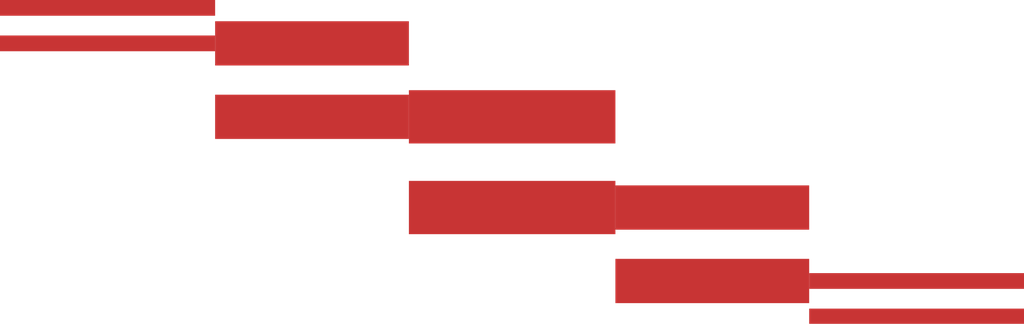
<source format=kicad_pcb>
(kicad_pcb (version 20171130) (host pcbnew 5.1.5+dfsg1-2build2)

  (general
    (thickness 1.6)
    (drawings 0)
    (tracks 0)
    (zones 0)
    (modules 5)
    (nets 1)
  )

  (page A4)
  (layers
    (0 F.Cu signal)
    (31 B.Cu signal)
    (32 B.Adhes user)
    (33 F.Adhes user)
    (34 B.Paste user)
    (35 F.Paste user)
    (36 B.SilkS user)
    (37 F.SilkS user)
    (38 B.Mask user)
    (39 F.Mask user)
    (40 Dwgs.User user)
    (41 Cmts.User user)
    (42 Eco1.User user)
    (43 Eco2.User user)
    (44 Edge.Cuts user)
    (45 Margin user)
    (46 B.CrtYd user)
    (47 F.CrtYd user)
    (48 B.Fab user)
    (49 F.Fab user)
  )

  (setup
    (last_trace_width 0.25)
    (trace_clearance 0.2)
    (zone_clearance 0.508)
    (zone_45_only no)
    (trace_min 0.2)
    (via_size 0.8)
    (via_drill 0.4)
    (via_min_size 0.4)
    (via_min_drill 0.3)
    (uvia_size 0.3)
    (uvia_drill 0.1)
    (uvias_allowed no)
    (uvia_min_size 0.2)
    (uvia_min_drill 0.1)
    (edge_width 0.15)
    (segment_width 0.2)
    (pcb_text_width 0.3)
    (pcb_text_size 1.5 1.5)
    (mod_edge_width 0.15)
    (mod_text_size 1 1)
    (mod_text_width 0.15)
    (pad_size 1.524 1.524)
    (pad_drill 0.762)
    (pad_to_mask_clearance 0.051)
    (solder_mask_min_width 0.25)
    (aux_axis_origin 0 0)
    (visible_elements FFFFFF7F)
    (pcbplotparams
      (layerselection 0x010fc_ffffffff)
      (usegerberextensions false)
      (usegerberattributes false)
      (usegerberadvancedattributes false)
      (creategerberjobfile false)
      (excludeedgelayer true)
      (linewidth 0.150000)
      (plotframeref false)
      (viasonmask false)
      (mode 1)
      (useauxorigin false)
      (hpglpennumber 1)
      (hpglpenspeed 20)
      (hpglpendiameter 15.000000)
      (psnegative false)
      (psa4output false)
      (plotreference true)
      (plotvalue true)
      (plotinvisibletext false)
      (padsonsilk false)
      (subtractmaskfromsilk false)
      (outputformat 1)
      (mirror false)
      (drillshape 1)
      (scaleselection 1)
      (outputdirectory ""))
  )

  (net 0 "")

  (net_class Default "This is the default net class."
    (clearance 0.2)
    (trace_width 0.25)
    (via_dia 0.8)
    (via_drill 0.4)
    (uvia_dia 0.3)
    (uvia_drill 0.1)
  )

  (module MCOUPLED (layer F.Cu) (tedit 0) (tstamp 0)
    (at 17.92 15.825)
    (fp_text reference MS1 (at 0 0.5) (layer F.SilkS) hide
      (effects (font (size 0.25 0.25) (thickness 0.05)))
    )
    (fp_text value microstrip_coupled_lines (at 0 -0.5) (layer F.Fab) hide
      (effects (font (size 0.25 0.25) (thickness 0.05)))
    )
    (fp_poly (pts (xy -2.62 0.625) (xy 2.62 0.625) (xy 2.62 0.241) (xy -2.62 0.241)) (layer F.Cu) (width 0))
    (fp_poly (pts (xy -2.62 -0.241) (xy 2.62 -0.241) (xy 2.62 -0.625) (xy -2.62 -0.625)) (layer F.Cu) (width 0))
  )

  (module MCOUPLED (layer F.Cu) (tedit 0) (tstamp 0)
    (at 22.9 17.154)
    (fp_text reference MS2 (at 0 0.5) (layer F.SilkS) hide
      (effects (font (size 0.25 0.25) (thickness 0.05)))
    )
    (fp_text value microstrip_coupled_lines (at 0 -0.5) (layer F.Fab) hide
      (effects (font (size 0.25 0.25) (thickness 0.05)))
    )
    (fp_poly (pts (xy -2.36 1.436) (xy 2.36 1.436) (xy 2.36 0.356) (xy -2.36 0.356)) (layer F.Cu) (width 0))
    (fp_poly (pts (xy -2.36 -0.356) (xy 2.36 -0.356) (xy 2.36 -1.436) (xy -2.36 -1.436)) (layer F.Cu) (width 0))
  )

  (module MCOUPLED (layer F.Cu) (tedit 0) (tstamp 0)
    (at 27.775 19.1565)
    (fp_text reference MS3 (at 0 0.5) (layer F.SilkS) hide
      (effects (font (size 0.25 0.25) (thickness 0.05)))
    )
    (fp_text value microstrip_coupled_lines (at 0 -0.5) (layer F.Fab) hide
      (effects (font (size 0.25 0.25) (thickness 0.05)))
    )
    (fp_poly (pts (xy -2.515 1.7565) (xy 2.515 1.7565) (xy 2.515 0.4565) (xy -2.515 0.4565)) (layer F.Cu) (width 0))
    (fp_poly (pts (xy -2.515 -0.4565) (xy 2.515 -0.4565) (xy 2.515 -1.7565) (xy -2.515 -1.7565)) (layer F.Cu) (width 0))
  )

  (module MCOUPLED (layer F.Cu) (tedit 0) (tstamp 0)
    (at 32.65 21.159)
    (fp_text reference MS4 (at 0 0.5) (layer F.SilkS) hide
      (effects (font (size 0.25 0.25) (thickness 0.05)))
    )
    (fp_text value microstrip_coupled_lines (at 0 -0.5) (layer F.Fab) hide
      (effects (font (size 0.25 0.25) (thickness 0.05)))
    )
    (fp_poly (pts (xy -2.36 1.436) (xy 2.36 1.436) (xy 2.36 0.356) (xy -2.36 0.356)) (layer F.Cu) (width 0))
    (fp_poly (pts (xy -2.36 -0.356) (xy 2.36 -0.356) (xy 2.36 -1.436) (xy -2.36 -1.436)) (layer F.Cu) (width 0))
  )

  (module MCOUPLED (layer F.Cu) (tedit 0) (tstamp 0)
    (at 37.63 22.488)
    (fp_text reference MS5 (at 0 0.5) (layer F.SilkS) hide
      (effects (font (size 0.25 0.25) (thickness 0.05)))
    )
    (fp_text value microstrip_coupled_lines (at 0 -0.5) (layer F.Fab) hide
      (effects (font (size 0.25 0.25) (thickness 0.05)))
    )
    (fp_poly (pts (xy -2.62 0.625) (xy 2.62 0.625) (xy 2.62 0.241) (xy -2.62 0.241)) (layer F.Cu) (width 0))
    (fp_poly (pts (xy -2.62 -0.241) (xy 2.62 -0.241) (xy 2.62 -0.625) (xy -2.62 -0.625)) (layer F.Cu) (width 0))
  )

)

</source>
